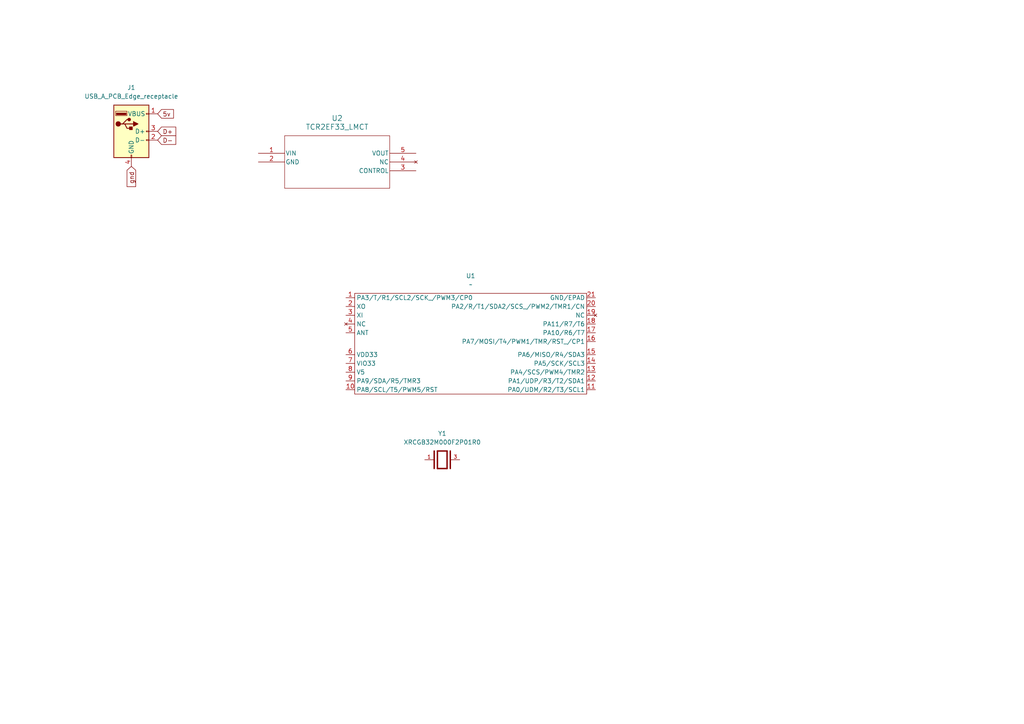
<source format=kicad_sch>
(kicad_sch (version 20250114) (generator "eeschema") (generator_version "9.0")
  (paper "A4")
  (lib_symbols
    (symbol "32mhz crystal:XRCGB32M000F2P01R0" (pin_names (offset 1.016))
      (property "Reference" "Y" (at -5.0878 3.8159 0))
      (property "Value" "XRCGB32M000F2P01R0" (at -5.0944 -5.0944 0))
      (symbol "XRCGB32M000F2P01R0_0_0"
        (polyline (pts (xy -2.3368 2.54) (xy -2.3368 -2.54)) (stroke (width 0.4064)))
        (polyline (pts (xy -1.397 2.54) (xy -1.397 -2.54)) (stroke (width 0.4064)))
        (polyline (pts (xy -1.397 2.54) (xy 1.397 2.54)) (stroke (width 0.4064)))
        (polyline (pts (xy 1.397 2.54) (xy 1.397 -2.54)) (stroke (width 0.4064)))
        (polyline (pts (xy 1.397 -2.54) (xy -1.397 -2.54)) (stroke (width 0.4064)))
        (polyline (pts (xy 2.3368 2.54) (xy 2.3368 -2.54)) (stroke (width 0.4064)))
        (pin passive line (at -5.08 0 0) (length 2.54) (name "~") (number "1"))
        (pin passive line (at 5.08 0 180) (length 2.54) (name "~") (number "3"))
      )
    )
    (symbol "CH572D:CH572D"
      (property "Reference" "U" (at 0 0 0))
      (symbol "CH572D_0_1"
        (rectangle (start -33.02 16.51) (end 34.29 -12.7))
      )
      (symbol "CH572D_1_1"
        (pin bidirectional line (at -35.56 15.24 0) (length 2.54) (name "PA3/T/R1/SCL2/SCK_/PWM3/CP0") (number "1"))
        (pin input line (at -35.56 12.7 0) (length 2.54) (name "XO") (number "2"))
        (pin input line (at -35.56 10.16 0) (length 2.54) (name "XI") (number "3"))
        (pin no_connect line (at -35.56 7.62 0) (length 2.54) (name "NC") (number "4"))
        (pin bidirectional line (at -35.56 5.08 0) (length 2.54) (name "ANT") (number "5"))
        (pin power_in line (at -35.56 -1.27 0) (length 2.54) (name "VDD33") (number "6"))
        (pin power_in line (at -35.56 -3.81 0) (length 2.54) (name "VIO33") (number "7"))
        (pin power_in line (at -35.56 -6.35 0) (length 2.54) (name "V5") (number "8"))
        (pin bidirectional line (at -35.56 -8.89 0) (length 2.54) (name "PA9/SDA/R5/TMR3") (number "9"))
        (pin bidirectional line (at -35.56 -11.43 0) (length 2.54) (name "PA8/SCL/T5/PWM5/RST") (number "10"))
        (pin power_in line (at 36.83 15.24 180) (length 2.54) (name "GND/EPAD") (number "21"))
        (pin bidirectional line (at 36.83 12.7 180) (length 2.54) (name "PA2/R/T1/SDA2/SCS_/PWM2/TMR1/CN") (number "20"))
        (pin no_connect line (at 36.83 10.16 180) (length 2.54) (name "NC") (number "19"))
        (pin bidirectional line (at 36.83 7.62 180) (length 2.54) (name "PA11/R7/T6") (number "18"))
        (pin bidirectional line (at 36.83 5.08 180) (length 2.54) (name "PA10/R6/T7") (number "17"))
        (pin bidirectional line (at 36.83 2.54 180) (length 2.54) (name "PA7/MOSI/T4/PWM1/TMR/RST_/CP1") (number "16"))
        (pin bidirectional line (at 36.83 -1.27 180) (length 2.54) (name "PA6/MISO/R4/SDA3") (number "15"))
        (pin bidirectional line (at 36.83 -3.81 180) (length 2.54) (name "PA5/SCK/SCL3") (number "14"))
        (pin bidirectional line (at 36.83 -6.35 180) (length 2.54) (name "PA4/SCS/PWM4/TMR2") (number "13"))
        (pin bidirectional line (at 36.83 -8.89 180) (length 2.54) (name "PA1/UDP/R3/T2/SDA1") (number "12"))
        (pin bidirectional line (at 36.83 -11.43 180) (length 2.54) (name "PA0/UDM/R2/T3/SCL1") (number "11"))
      )
    )
    (symbol "Connector_USB_PCB_Edge:USB_A_PCB_Edge_receptacle" (pin_names (offset 1.016))
      (property "Reference" "J" (at -5.08 11.43 0))
      (property "Value" "USB_A_PCB_Edge_receptacle" (at -5.08 8.89 0))
      (symbol "USB_A_PCB_Edge_receptacle_0_1"
        (rectangle (start -5.08 -7.62) (end 5.08 7.62) (stroke (width 0.254)) (fill (type background)))
        (circle (center -3.81 2.159) (radius 0.635) (stroke (width 0.254)) (fill (type outline)))
        (polyline (pts (xy -3.175 2.159) (xy -2.54 2.159) (xy -1.27 3.429) (xy -0.635 3.429)) (stroke (width 0.254)))
        (polyline (pts (xy -2.54 2.159) (xy -1.905 2.159) (xy -1.27 0.889) (xy 0 0.889)) (stroke (width 0.254)))
        (rectangle (start -1.524 4.826) (end -4.318 5.334) (fill (type outline)))
        (rectangle (start -1.27 4.572) (end -4.572 5.842))
        (circle (center -0.635 3.429) (radius 0.381) (stroke (width 0.254)) (fill (type outline)))
        (rectangle (start -0.127 -7.62) (end 0.127 -6.858))
        (rectangle (start 0.254 1.27) (end -0.508 0.508) (stroke (width 0.254)) (fill (type outline)))
        (polyline (pts (xy 0.635 2.794) (xy 0.635 1.524) (xy 1.905 2.159) (xy 0.635 2.794)) (stroke (width 0.254)) (fill (type outline)))
        (rectangle (start 5.08 4.953) (end 4.318 5.207))
        (rectangle (start 5.08 -0.127) (end 4.318 0.127))
        (rectangle (start 5.08 -2.667) (end 4.318 -2.413))
      )
      (symbol "USB_A_PCB_Edge_receptacle_1_1"
        (polyline (pts (xy -1.905 2.159) (xy 0.635 2.159)) (stroke (width 0.254)))
        (pin passive line (at -2.54 -10.16 90) (length 2.54) (hide yes) (name "Shield") (number "5"))
        (pin power_in line (at 0 -10.16 90) (length 2.54) (name "GND") (number "4"))
        (pin power_in line (at 7.62 5.08 180) (length 2.54) (name "VBUS") (number "1"))
        (pin bidirectional line (at 7.62 0 180) (length 2.54) (name "D+") (number "3"))
        (pin bidirectional line (at 7.62 -2.54 180) (length 2.54) (name "D-") (number "2"))
      )
    )
    (symbol "voltage regulator:TCR2EF33_LMCT" (pin_names (offset 0.254))
      (property "Reference" "U" (at 22.86 10.16 0))
      (property "Value" "TCR2EF33_LMCT" (at 22.86 7.62 0))
      (symbol "TCR2EF33_LMCT_0_1"
        (polyline (pts (xy 7.62 5.08) (xy 7.62 -10.16)) (stroke (width 0.127)))
        (polyline (pts (xy 7.62 -10.16) (xy 38.1 -10.16)) (stroke (width 0.127)))
        (polyline (pts (xy 38.1 5.08) (xy 7.62 5.08)) (stroke (width 0.127)))
        (polyline (pts (xy 38.1 -10.16) (xy 38.1 5.08)) (stroke (width 0.127)))
        (pin power_in line (at 0 0 0) (length 7.62) (name "VIN") (number "1"))
        (pin power_out line (at 0 -2.54 0) (length 7.62) (name "GND") (number "2"))
        (pin power_in line (at 45.72 0 180) (length 7.62) (name "VOUT") (number "5"))
        (pin no_connect line (at 45.72 -2.54 180) (length 7.62) (name "NC") (number "4"))
        (pin unspecified line (at 45.72 -5.08 180) (length 7.62) (name "CONTROL") (number "3"))
      )
    )
  )
  (global_label "D+" (shape input) (at 45.72 38.1 0) (property "Intersheetrefs" "${INTERSHEET_REFS}" (effects (hide yes))))
  (global_label "D-" (shape input) (at 45.72 40.64 0) (property "Intersheetrefs" "${INTERSHEET_REFS}" (effects (hide yes))))
  (global_label "gnd" (shape input) (at 38.1 48.26 270) (property "Intersheetrefs" "${INTERSHEET_REFS}" (effects (hide yes))))
  (global_label "5v" (shape input) (at 45.72 33.02 0) (property "Intersheetrefs" "${INTERSHEET_REFS}" (effects (hide yes))))
  (symbol (lib_id "32mhz crystal:XRCGB32M000F2P01R0") (at 128.27 133.35 0) (unit 1)
    (property "Reference" "Y1" (at 128.27 125.73 0))
    (property "Value" "XRCGB32M000F2P01R0" (at 128.27 128.27 0))
    (property "Footprint" "XRCGB32M000F2P01R0:OSC_XRCGB32M000F2P01R0" (effects (hide yes)))
    (property "PARTREV" "N/A" (effects (hide yes)))
    (property "MANUFACTURER" "Murata Electronics" (effects (hide yes)))
    (property "MAXIMUM_PACKAGE_HEIGHT" "0.7 mm" (effects (hide yes)))
    (property "STANDARD" "Manufacturer Recommendations" (effects (hide yes)))
  )
  (symbol (lib_id "Connector_USB_PCB_Edge:USB_A_PCB_Edge_receptacle") (at 38.1 38.1 0) (unit 1)
    (property "Reference" "J1" (at 38.1 25.4 0))
    (property "Value" "USB_A_PCB_Edge_receptacle" (at 38.1 27.94 0))
    (property "Footprint" "Connector_USB_PCB_Edge:USB_A_PCB_Edge_receptacle" (effects (hide yes)))
    (property "Description" "USB Type A connector" (effects (hide yes)))
  )
  (symbol (lib_id "CH572D:CH572D") (at 135.89 101.6 0) (unit 1)
    (property "Reference" "U1" (at 136.525 80.01 0))
    (property "Value" "~" (at 136.525 82.55 0))
    (property "Footprint" "Ch572D:CH572D" (effects (hide yes)))
  )
  (symbol (lib_id "voltage regulator:TCR2EF33_LMCT") (at 74.93 44.45 0) (unit 1)
    (property "Reference" "U2" (at 97.79 34.29 0) (effects (font (size 1.524 1.524))))
    (property "Value" "TCR2EF33_LMCT" (at 97.79 36.83 0) (effects (font (size 1.524 1.524))))
    (property "Footprint" "SOT-25   SMV_TOS" (effects (hide yes)))
    (property "Datasheet" "TCR2EF33_LMCT" (effects (hide yes)))
  )
)
</source>
